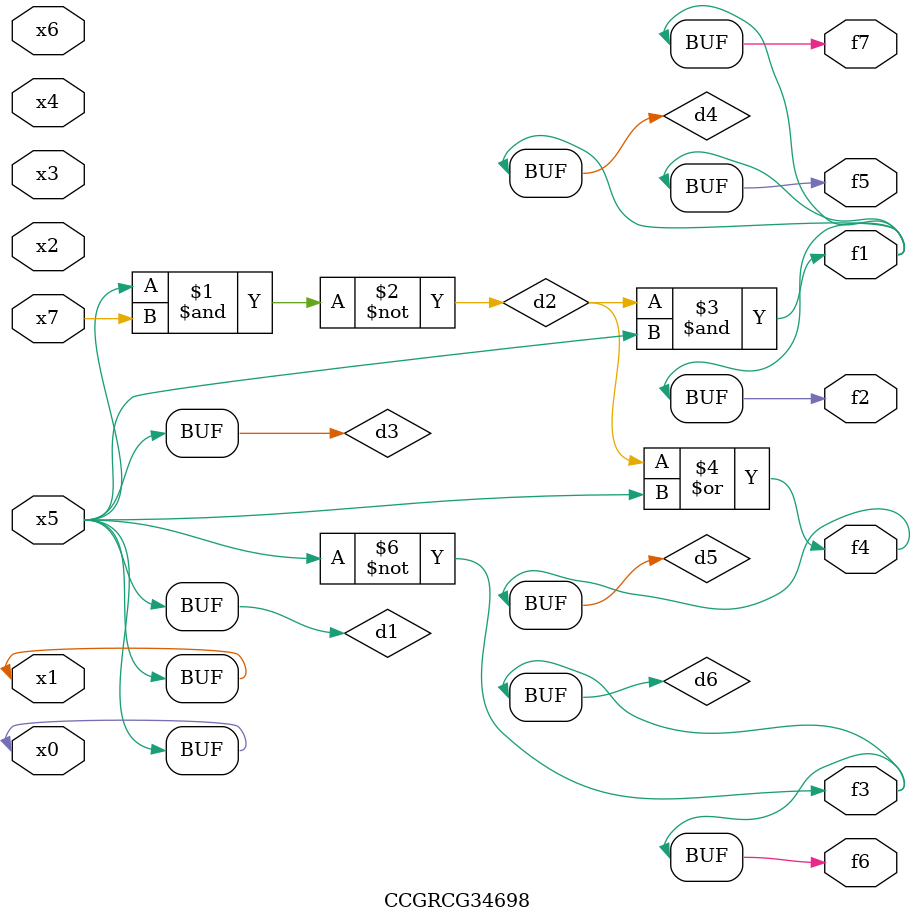
<source format=v>
module CCGRCG34698(
	input x0, x1, x2, x3, x4, x5, x6, x7,
	output f1, f2, f3, f4, f5, f6, f7
);

	wire d1, d2, d3, d4, d5, d6;

	buf (d1, x0, x5);
	nand (d2, x5, x7);
	buf (d3, x0, x1);
	and (d4, d2, d3);
	or (d5, d2, d3);
	nor (d6, d1, d3);
	assign f1 = d4;
	assign f2 = d4;
	assign f3 = d6;
	assign f4 = d5;
	assign f5 = d4;
	assign f6 = d6;
	assign f7 = d4;
endmodule

</source>
